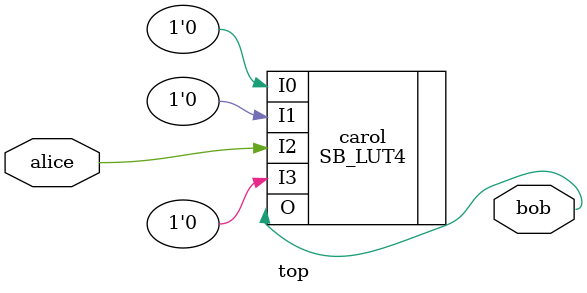
<source format=v>
module top(input alice, output bob);
	(* syn_noprune *)
	SB_LUT4 #(
		.LUT_INIT(16'b1010_1010_1010_1010)
	) carol (
		.I0(1'b0),
		.I1(1'b0),
		.I2(alice),
		.I3(1'b0),
		.O(bob)
	);
endmodule

</source>
